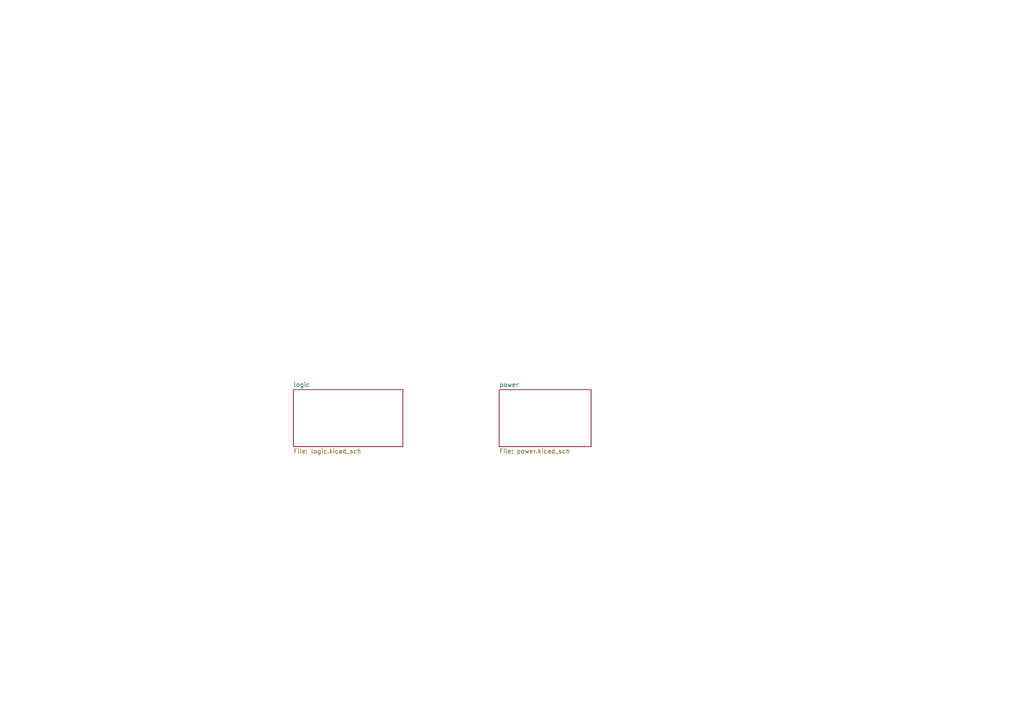
<source format=kicad_sch>
(kicad_sch
	(version 20250114)
	(generator "eeschema")
	(generator_version "9.0")
	(uuid "dac92c16-d50a-40d0-a20a-6327cf29a06e")
	(paper "A4")
	(lib_symbols)
	(sheet
		(at 85.09 113.03)
		(size 31.75 16.51)
		(exclude_from_sim no)
		(in_bom yes)
		(on_board yes)
		(dnp no)
		(fields_autoplaced yes)
		(stroke
			(width 0.1524)
			(type solid)
		)
		(fill
			(color 0 0 0 0.0000)
		)
		(uuid "33d07650-840e-43be-8ce1-6b9f3fbc5054")
		(property "Sheetname" "logic"
			(at 85.09 112.3184 0)
			(effects
				(font
					(size 1.27 1.27)
				)
				(justify left bottom)
			)
		)
		(property "Sheetfile" "logic.kicad_sch"
			(at 85.09 130.1246 0)
			(effects
				(font
					(size 1.27 1.27)
				)
				(justify left top)
			)
		)
		(instances
			(project "alu"
				(path "/dac92c16-d50a-40d0-a20a-6327cf29a06e"
					(page "2")
				)
			)
		)
	)
	(sheet
		(at 144.78 113.03)
		(size 26.67 16.51)
		(exclude_from_sim no)
		(in_bom yes)
		(on_board yes)
		(dnp no)
		(fields_autoplaced yes)
		(stroke
			(width 0.1524)
			(type solid)
		)
		(fill
			(color 0 0 0 0.0000)
		)
		(uuid "b1657c11-a4de-460e-8ff3-cce6713556db")
		(property "Sheetname" "power"
			(at 144.78 112.3184 0)
			(effects
				(font
					(size 1.27 1.27)
				)
				(justify left bottom)
			)
		)
		(property "Sheetfile" "power.kicad_sch"
			(at 144.78 130.1246 0)
			(effects
				(font
					(size 1.27 1.27)
				)
				(justify left top)
			)
		)
		(instances
			(project "alu"
				(path "/dac92c16-d50a-40d0-a20a-6327cf29a06e"
					(page "143")
				)
			)
		)
	)
	(sheet_instances
		(path "/"
			(page "1")
		)
	)
	(embedded_fonts no)
)

</source>
